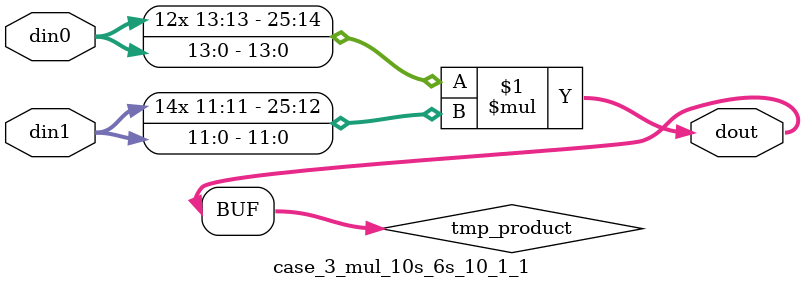
<source format=v>

`timescale 1 ns / 1 ps

 module case_3_mul_10s_6s_10_1_1(din0, din1, dout);
parameter ID = 1;
parameter NUM_STAGE = 0;
parameter din0_WIDTH = 14;
parameter din1_WIDTH = 12;
parameter dout_WIDTH = 26;

input [din0_WIDTH - 1 : 0] din0; 
input [din1_WIDTH - 1 : 0] din1; 
output [dout_WIDTH - 1 : 0] dout;

wire signed [dout_WIDTH - 1 : 0] tmp_product;



























assign tmp_product = $signed(din0) * $signed(din1);








assign dout = tmp_product;





















endmodule

</source>
